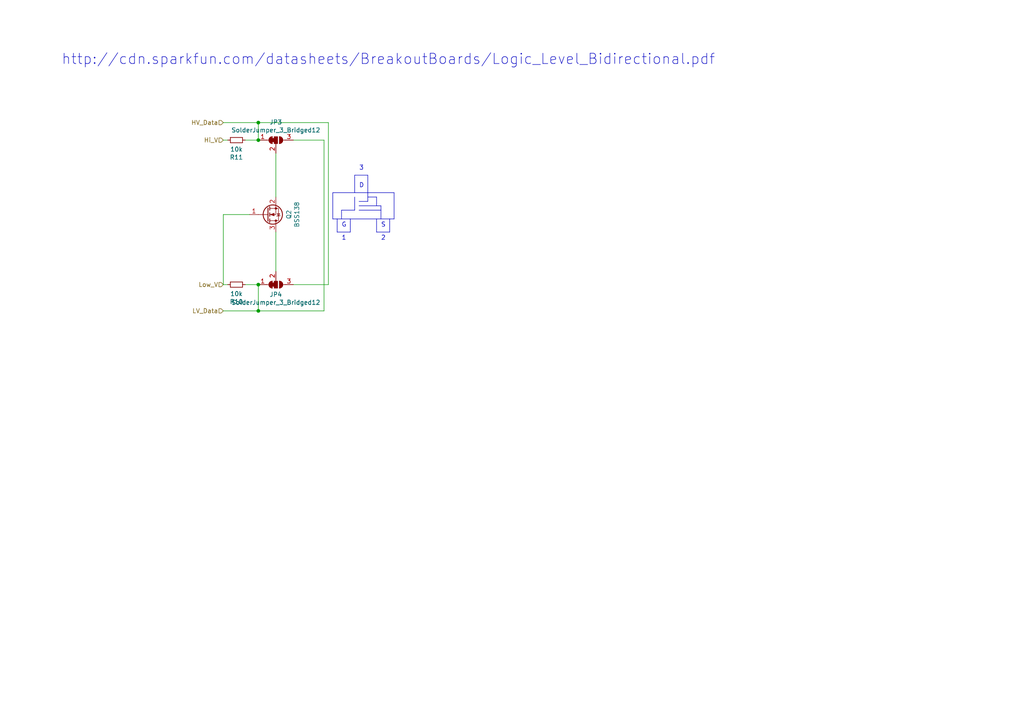
<source format=kicad_sch>
(kicad_sch (version 20230121) (generator eeschema)
  (paper "A4")
  (lib_symbols
    (symbol "Device:R_Small" (pin_numbers hide) (pin_names (offset 0.254) hide)
      (property "Reference" "R" (at 0.762 0.508 0))
      (property "Value" "R_Small" (at 0.762 -1.016 0))
      (symbol "R_Small_0_1"
        (rectangle (start -0.762 1.778) (end 0.762 -1.778) (stroke (width 0.2032)))
      )
      (symbol "R_Small_1_1"
        (pin passive line (at 0 2.54 270) (length 0.762) (name "~") (number "1"))
        (pin passive line (at 0 -2.54 90) (length 0.762) (name "~") (number "2"))
      )
    )
    (symbol "Jumper:SolderJumper_3_Bridged12" (pin_names (offset 0) hide)
      (property "Reference" "JP" (at -2.54 -2.54 0))
      (property "Value" "SolderJumper_3_Bridged12" (at 0 2.794 0))
      (symbol "SolderJumper_3_Bridged12_0_1"
        (rectangle (start -1.016 0.508) (end -0.508 -0.508) (fill (type outline)))
        (arc (start -1.016 1.016) (mid -2.0276 0) (end -1.016 -1.016))
        (arc (start -1.016 1.016) (mid -2.0276 0) (end -1.016 -1.016) (fill (type outline)))
        (rectangle (start -0.508 1.016) (end 0.508 -1.016) (fill (type outline)))
        (polyline (pts (xy -2.54 0) (xy -2.032 0)))
        (polyline (pts (xy -1.016 1.016) (xy -1.016 -1.016)))
        (polyline (pts (xy 0 -1.27) (xy 0 -1.016)))
        (polyline (pts (xy 1.016 1.016) (xy 1.016 -1.016)))
        (polyline (pts (xy 2.54 0) (xy 2.032 0)))
        (arc (start 1.016 -1.016) (mid 2.0276 0) (end 1.016 1.016))
        (arc (start 1.016 -1.016) (mid 2.0276 0) (end 1.016 1.016) (fill (type outline)))
      )
      (symbol "SolderJumper_3_Bridged12_1_1"
        (pin passive line (at -5.08 0 0) (length 2.54) (name "A") (number "1"))
        (pin passive line (at 0 -3.81 90) (length 2.54) (name "C") (number "2"))
        (pin passive line (at 5.08 0 180) (length 2.54) (name "B") (number "3"))
      )
    )
    (symbol "Transistor_FET:ZXM61N03F" (pin_names hide)
      (property "Reference" "Q" (at 5.08 1.905 0))
      (property "Value" "ZXM61N03F" (at 5.08 0 0))
      (symbol "ZXM61N03F_0_1"
        (polyline (pts (xy 0.254 0) (xy -2.54 0)))
        (polyline (pts (xy 0.254 1.905) (xy 0.254 -1.905)) (stroke (width 0.254)))
        (polyline (pts (xy 0.762 -1.27) (xy 0.762 -2.286)) (stroke (width 0.254)))
        (polyline (pts (xy 0.762 0.508) (xy 0.762 -0.508)) (stroke (width 0.254)))
        (polyline (pts (xy 0.762 2.286) (xy 0.762 1.27)) (stroke (width 0.254)))
        (polyline (pts (xy 2.54 2.54) (xy 2.54 1.778)))
        (polyline (pts (xy 2.54 -2.54) (xy 2.54 0) (xy 0.762 0)))
        (polyline (pts (xy 0.762 -1.778) (xy 3.302 -1.778) (xy 3.302 1.778) (xy 0.762 1.778)))
        (polyline (pts (xy 1.016 0) (xy 2.032 0.381) (xy 2.032 -0.381) (xy 1.016 0)) (fill (type outline)))
        (polyline (pts (xy 2.794 0.508) (xy 2.921 0.381) (xy 3.683 0.381) (xy 3.81 0.254)))
        (polyline (pts (xy 3.302 0.381) (xy 2.921 -0.254) (xy 3.683 -0.254) (xy 3.302 0.381)))
        (circle (center 1.651 0) (radius 2.794) (stroke (width 0.254)))
        (circle (center 2.54 -1.778) (radius 0.254) (fill (type outline)))
        (circle (center 2.54 1.778) (radius 0.254) (fill (type outline)))
      )
      (symbol "ZXM61N03F_1_1"
        (pin input line (at -5.08 0 0) (length 2.54) (name "G") (number "1"))
        (pin passive line (at 2.54 -5.08 90) (length 2.54) (name "S") (number "2"))
        (pin passive line (at 2.54 5.08 270) (length 2.54) (name "D") (number "3"))
      )
    )
  )
  (junction (at 74.93 82.55))
  (junction (at 74.93 40.64))
  (junction (at 74.93 35.56))
  (junction (at 74.93 90.17))
  (polyline (pts (xy 109.22 63.5) (xy 109.22 67.31)))
  (polyline (pts (xy 97.79 67.31) (xy 101.6 67.31)))
  (polyline (pts (xy 114.3 63.5) (xy 96.52 63.5)))
  (wire (pts (xy 64.77 62.23) (xy 64.77 82.55)))
  (polyline (pts (xy 113.03 63.5) (xy 113.03 67.31)))
  (polyline (pts (xy 109.22 57.15) (xy 106.68 57.15)))
  (polyline (pts (xy 110.49 60.96) (xy 104.14 60.96)))
  (wire (pts (xy 95.25 82.55) (xy 85.09 82.55)))
  (polyline (pts (xy 114.3 55.88) (xy 114.3 63.5)))
  (polyline (pts (xy 102.87 60.96) (xy 102.87 57.15)))
  (polyline (pts (xy 102.87 55.88) (xy 102.87 50.8)))
  (wire (pts (xy 74.93 90.17) (xy 93.98 90.17)))
  (wire (pts (xy 74.93 90.17) (xy 74.93 82.55)))
  (wire (pts (xy 95.25 35.56) (xy 95.25 82.55)))
  (wire (pts (xy 72.39 62.23) (xy 64.77 62.23)))
  (wire (pts (xy 80.01 57.15) (xy 80.01 44.45)))
  (wire (pts (xy 64.77 35.56) (xy 74.93 35.56)))
  (wire (pts (xy 80.01 78.74) (xy 80.01 67.31)))
  (polyline (pts (xy 99.06 63.5) (xy 99.06 60.96)))
  (polyline (pts (xy 110.49 63.5) (xy 110.49 59.69)))
  (wire (pts (xy 66.04 82.55) (xy 64.77 82.55)))
  (polyline (pts (xy 101.6 67.31) (xy 101.6 63.5)))
  (wire (pts (xy 93.98 90.17) (xy 93.98 40.64)))
  (wire (pts (xy 71.12 82.55) (xy 74.93 82.55)))
  (polyline (pts (xy 109.22 67.31) (xy 113.03 67.31)))
  (polyline (pts (xy 102.87 50.8) (xy 106.68 50.8)))
  (wire (pts (xy 93.98 40.64) (xy 85.09 40.64)))
  (polyline (pts (xy 96.52 63.5) (xy 96.52 55.88)))
  (polyline (pts (xy 106.68 50.8) (xy 106.68 58.42)))
  (wire (pts (xy 71.12 40.64) (xy 74.93 40.64)))
  (wire (pts (xy 66.04 40.64) (xy 64.77 40.64)))
  (wire (pts (xy 74.93 35.56) (xy 95.25 35.56)))
  (polyline (pts (xy 97.79 63.5) (xy 97.79 67.31)))
  (polyline (pts (xy 96.52 55.88) (xy 114.3 55.88)))
  (polyline (pts (xy 99.06 60.96) (xy 102.87 60.96)))
  (wire (pts (xy 64.77 90.17) (xy 74.93 90.17)))
  (polyline (pts (xy 110.49 59.69) (xy 104.14 59.69)))
  (wire (pts (xy 74.93 40.64) (xy 74.93 35.56)))
  (polyline (pts (xy 109.22 59.69) (xy 109.22 57.15)))
  (polyline (pts (xy 106.68 58.42) (xy 104.14 58.42)))
  (text "S" (at 110.49 66.04 0) (effects (font (size 1.27 1.27)) (justify left bottom)))
  (text "http://cdn.sparkfun.com/datasheets/BreakoutBoards/Logic_Level_Bidirectional.pdf" (at 17.78 19.05 0) (effects (font (size 2.9972 2.9972)) (justify left bottom)))
  (text "D" (at 104.14 54.61 0) (effects (font (size 1.27 1.27)) (justify left bottom)))
  (text "G" (at 99.06 66.04 0) (effects (font (size 1.27 1.27)) (justify left bottom)))
  (text "2" (at 110.49 69.85 0) (effects (font (size 1.27 1.27)) (justify left bottom)))
  (text "3" (at 104.14 49.53 0) (effects (font (size 1.27 1.27)) (justify left bottom)))
  (text "1" (at 99.06 69.85 0) (effects (font (size 1.27 1.27)) (justify left bottom)))
  (hierarchical_label "Low_V" (shape input) (at 64.77 82.55 180))
  (hierarchical_label "LV_Data" (shape input) (at 64.77 90.17 180))
  (hierarchical_label "Hi_V" (shape input) (at 64.77 40.64 180))
  (hierarchical_label "HV_Data" (shape input) (at 64.77 35.56 180))
  (symbol (lib_id "Transistor_FET:ZXM61N03F") (at 77.47 62.23 0) (mirror x) (unit 1)
    (property "Reference" "Q2" (at 83.7946 62.23 90))
    (property "Value" "BSS138" (at 86.106 62.23 90))
    (property "Footprint" "Package_TO_SOT_SMD:SOT-23" (effects hide))
    (property "Datasheet" "https://www.onsemi.com/pub/Collateral/BSS138-D.PDF" (effects hide))
    (property "LCSC" "C52895" (effects hide))
  )
  (symbol (lib_id "Device:R_Small") (at 68.58 82.55 90) (unit 1)
    (property "Reference" "R10" (at 68.58 87.5284 90))
    (property "Value" "10k" (at 68.58 85.217 90))
    (property "Footprint" "Resistor_SMD:R_0402_1005Metric" (effects hide))
    (property "LCSC" "C25744" (effects hide))
  )
  (symbol (lib_id "Device:R_Small") (at 68.58 40.64 90) (unit 1)
    (property "Reference" "R11" (at 68.58 45.6184 90))
    (property "Value" "10k" (at 68.58 43.307 90))
    (property "Footprint" "Resistor_SMD:R_0402_1005Metric" (effects hide))
    (property "LCSC" "C25744" (effects hide))
  )
  (symbol (lib_id "Jumper:SolderJumper_3_Bridged12") (at 80.01 40.64 0) (unit 1)
    (property "Reference" "JP3" (at 80.01 35.433 0))
    (property "Value" "SolderJumper_3_Bridged12" (at 80.01 37.7444 0))
    (property "Footprint" "Jumper:SolderJumper-3_P1.3mm_Bridged12_RoundedPad1.0x1.5mm" (effects hide))
    (property "LCSC" "--" (effects hide))
  )
  (symbol (lib_id "Jumper:SolderJumper_3_Bridged12") (at 80.01 82.55 0) (mirror x) (unit 1)
    (property "Reference" "JP4" (at 80.01 85.4202 0))
    (property "Value" "SolderJumper_3_Bridged12" (at 80.01 87.7316 0))
    (property "Footprint" "Jumper:SolderJumper-3_P1.3mm_Bridged12_RoundedPad1.0x1.5mm" (effects hide))
    (property "LCSC" "--" (effects hide))
  )
)
</source>
